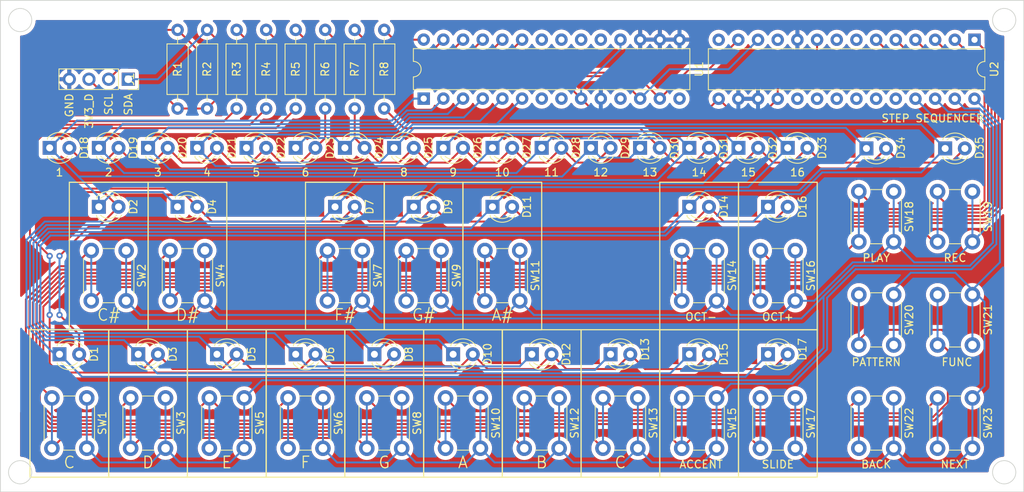
<source format=kicad_pcb>
(kicad_pcb (version 20211014) (generator pcbnew)
  (title_block (title "Daisy Seed Development Kit Step Sequencer") (date "2024-01-22") (rev "2.0"))
  (layers (0 "F.Cu" signal) (31 "B.Cu" signal) (34 "B.Paste" user) (35 "F.Paste" user) (36 "B.SilkS" user "B.Silkscreen") (37 "F.SilkS" user "F.Silkscreen") (38 "B.Mask" user) (39 "F.Mask" user) (44 "Edge.Cuts" user))
  (net 0 "")
  (net 1 "GPA5")
  (net 2 "3V3_D")
  (net 3 "GND")
  (net 4 "Net-(D1-Pad2)")
  (net 5 "GPA4")
  (net 6 "GPA2")
  (net 11 "GPA1")
  (net 12 "GPA0")
  (net 13 "GPA3")
  (net 14 "SDA")
  (net 15 "SCL")
  (net 16 "GPB7")
  (net 17 "GPB5")
  (net 18 "GPB3")
  (net 19 "GPB1")
  (net 20 "GPB6")
  (net 21 "GPB4")
  (net 22 "GPB2")
  (net 23 "GPB0")
  (net 24 "GPA6")
  (net 25 "GPA7")
  (net 26 "Net-(D11-Pad2)")
  (net 27 "Net-(D30-Pad2)")
  (net 28 "Net-(D18-Pad2)")
  (net 29 "Net-(D10-Pad2)")
  (net 30 "GPD0")
  (net 31 "GPD1")
  (net 32 "GPD2")
  (net 33 "GPD3")
  (net 34 "GPD4")
  (net 35 "GPD5")
  (net 36 "GPD6")
  (net 37 "GPD7")
  (net 42 "GPC0")
  (net 43 "GPC1")
  (net 44 "GPC2")
  (net 45 "GPC3")
  (net 46 "GPC4")
  (net 47 "GPC5")
  (net 48 "GPC6")
  (net 49 "GPC7")
  (net 50 "Net-(D24-Pad2)")
  (footprint "Button_Switch_THT:SW_PUSH_6mm" (layer "F.Cu") (at 93.69 108.55 -90)
    (fp_text reference "SW8")
    (fp_text value "SW_DIP_x01")
  )
  (footprint "Resistor_THT:R_Axial_DIN0207_L6.3mm_D2.5mm_P10.16mm_Horizontal" (layer "F.Cu") (at 83.82 61 -90)
    (fp_text reference "R6")
    (fp_text value "200Ω")
  )
  (footprint "Package_DIP:DIP-28_W7.62mm" (layer "F.Cu") (at 96.53 69.88 90)
    (fp_text reference "U1")
    (fp_text value "MCP23017_SP")
  )
  (footprint "Button_Switch_THT:SW_PUSH_6mm" (layer "F.Cu") (at 58.13 89.5 -90)
    (fp_text reference "SW2")
    (fp_text value "SW_DIP_x01")
  )
  (footprint "LED_THT:LED_D3.0mm" (layer "F.Cu") (at 59.69 102.91)
    (fp_text reference "D3")
    (fp_text value "LED")
  )
  (footprint "LED_THT:LED_D3.0mm" (layer "F.Cu") (at 143.51 76.24)
    (fp_text reference "D33")
    (fp_text value "LED")
  )
  (footprint "LED_THT:LED_D3.0mm" (layer "F.Cu") (at 105.41 76.24)
    (fp_text reference "D27")
    (fp_text value "LED")
  )
  (footprint "LED_THT:LED_D3.0mm" (layer "F.Cu") (at 60.96 76.24)
    (fp_text reference "D20")
    (fp_text value "LED")
  )
  (footprint "LED_THT:LED_D3.0mm" (layer "F.Cu") (at 137.16 76.24)
    (fp_text reference "D32")
    (fp_text value "LED")
  )
  (footprint "LED_THT:LED_D3.0mm" (layer "F.Cu") (at 105.405 83.86)
    (fp_text reference "D11")
    (fp_text value "LED")
  )
  (footprint "Button_Switch_THT:SW_PUSH_6mm" (layer "F.Cu") (at 83.53 108.55 -90)
    (fp_text reference "SW6")
    (fp_text value "SW_DIP_x01")
  )
  (footprint "Button_Switch_THT:SW_PUSH_6mm" (layer "F.Cu") (at 53.05 108.55 -90)
    (fp_text reference "SW1")
    (fp_text value "SW_DIP_x01")
  )
  (footprint "LED_THT:LED_D3.0mm" (layer "F.Cu") (at 48.26 76.24)
    (fp_text reference "D18")
    (fp_text value "LED")
  )
  (footprint "Resistor_THT:R_Axial_DIN0207_L6.3mm_D2.5mm_P10.16mm_Horizontal" (layer "F.Cu") (at 64.77 61 -90)
    (fp_text reference "R1")
    (fp_text value "10KΩ")
  )
  (footprint "Button_Switch_THT:SW_PUSH_6mm" (layer "F.Cu") (at 108.93 89.5 -90)
    (fp_text reference "SW11")
    (fp_text value "SW_DIP_x01")
  )
  (footprint "LED_THT:LED_D3.0mm" (layer "F.Cu") (at 92.71 76.24)
    (fp_text reference "D25")
    (fp_text value "LED")
  )
  (footprint "Button_Switch_THT:SW_PUSH_6mm" (layer "F.Cu") (at 68.29 89.5 -90)
    (fp_text reference "SW4")
    (fp_text value "SW_DIP_x01")
  )
  (footprint "LED_THT:LED_D3.0mm" (layer "F.Cu") (at 85.09 83.86)
    (fp_text reference "D7")
    (fp_text value "LED")
  )
  (footprint "Button_Switch_THT:SW_PUSH_6mm" (layer "F.Cu") (at 157.19 95.215 -90)
    (fp_text reference "SW20")
    (fp_text value "SW_DIP_x01")
  )
  (footprint "Button_Switch_THT:SW_PUSH_6mm" (layer "F.Cu") (at 73.37 108.55 -90)
    (fp_text reference "SW5")
    (fp_text value "SW_DIP_x01")
  )
  (footprint "LED_THT:LED_D3.0mm" (layer "F.Cu") (at 130.81 102.91)
    (fp_text reference "D15")
    (fp_text value "LED")
  )
  (footprint "Resistor_THT:R_Axial_DIN0207_L6.3mm_D2.5mm_P10.16mm_Horizontal" (layer "F.Cu") (at 87.63 61 -90)
    (fp_text reference "R7")
    (fp_text value "200Ω")
  )
  (footprint "LED_THT:LED_D3.0mm" (layer "F.Cu") (at 67.31 76.24)
    (fp_text reference "D21")
    (fp_text value "LED")
  )
  (footprint "LED_THT:LED_D3.0mm" (layer "F.Cu") (at 100.33 102.91)
    (fp_text reference "D10")
    (fp_text value "LED")
  )
  (footprint "LED_THT:LED_D3.0mm" (layer "F.Cu") (at 54.61 76.24)
    (fp_text reference "D19")
    (fp_text value "LED")
  )
  (footprint "LED_THT:LED_D3.0mm" (layer "F.Cu") (at 124.46 76.24)
    (fp_text reference "D30")
    (fp_text value "LED")
  )
  (footprint "LED_THT:LED_D3.0mm" (layer "F.Cu") (at 80.01 102.91)
    (fp_text reference "D6")
    (fp_text value "LED")
  )
  (footprint "Resistor_THT:R_Axial_DIN0207_L6.3mm_D2.5mm_P10.16mm_Horizontal" (layer "F.Cu") (at 91.44 61 -90)
    (fp_text reference "R8")
    (fp_text value "200Ω")
  )
  (footprint "Resistor_THT:R_Axial_DIN0207_L6.3mm_D2.5mm_P10.16mm_Horizontal" (layer "F.Cu") (at 80.01 61 -90)
    (fp_text reference "R5")
    (fp_text value "200Ω")
  )
  (footprint "Button_Switch_THT:SW_PUSH_6mm" (layer "F.Cu") (at 103.85 108.55 -90)
    (fp_text reference "SW10")
    (fp_text value "SW_DIP_x01")
  )
  (footprint "LED_THT:LED_D3.0mm" (layer "F.Cu") (at 64.765 83.86)
    (fp_text reference "D4")
    (fp_text value "LED")
  )
  (footprint "Resistor_THT:R_Axial_DIN0207_L6.3mm_D2.5mm_P10.16mm_Horizontal" (layer "F.Cu") (at 76.2 61 -90)
    (fp_text reference "R4")
    (fp_text value "200Ω")
  )
  (footprint "LED_THT:LED_D3.0mm" (layer "F.Cu") (at 90.17 102.91)
    (fp_text reference "D8")
    (fp_text value "LED")
  )
  (footprint "LED_THT:LED_D3.0mm" (layer "F.Cu") (at 140.97 102.91)
    (fp_text reference "D17")
    (fp_text value "LED")
  )
  (footprint "Button_Switch_THT:SW_PUSH_6mm" (layer "F.Cu") (at 63.21 108.55 -90)
    (fp_text reference "SW3")
    (fp_text value "SW_DIP_x01")
  )
  (footprint "Button_Switch_THT:SW_PUSH_6mm" (layer "F.Cu") (at 157.19 81.88 -90)
    (fp_text reference "SW18")
    (fp_text value "SW_DIP_x01")
  )
  (footprint "LED_THT:LED_D3.0mm" (layer "F.Cu") (at 120.65 102.91)
    (fp_text reference "D13")
    (fp_text value "LED")
  )
  (footprint "LED_THT:LED_D3.0mm" (layer "F.Cu") (at 111.76 76.24)
    (fp_text reference "D28")
    (fp_text value "LED")
  )
  (footprint "LED_THT:LED_D3.0mm" (layer "F.Cu") (at 140.97 83.86)
    (fp_text reference "D16")
    (fp_text value "LED")
  )
  (footprint "Package_DIP:DIP-28_W7.62mm" (layer "F.Cu") (at 167.62 62.28 -90)
    (fp_text reference "U2")
    (fp_text value "MCP23017_SP")
  )
  (footprint "Button_Switch_THT:SW_PUSH_6mm" (layer "F.Cu") (at 144.49 108.55 -90)
    (fp_text reference "SW17")
    (fp_text value "SW_DIP_x01")
  )
  (footprint "Button_Switch_THT:SW_PUSH_6mm" (layer "F.Cu") (at 134.33 108.55 -90)
    (fp_text reference "SW15")
    (fp_text value "SW_DIP_x01")
  )
  (footprint "LED_THT:LED_D3.0mm" (layer "F.Cu") (at 130.81 83.86)
    (fp_text reference "D14")
    (fp_text value "LED")
  )
  (footprint "Button_Switch_THT:SW_PUSH_6mm" (layer "F.Cu") (at 167.35 81.88 -90)
    (fp_text reference "SW19")
    (fp_text value "SW_DIP_x01")
  )
  (footprint "LED_THT:LED_D3.0mm" (layer "F.Cu") (at 69.85 102.91)
    (fp_text reference "D5")
    (fp_text value "LED")
  )
  (footprint "LED_THT:LED_D3.0mm" (layer "F.Cu") (at 118.11 76.24)
    (fp_text reference "D29")
    (fp_text value "LED")
  )
  (footprint "Button_Switch_THT:SW_PUSH_6mm" (layer "F.Cu") (at 88.61 89.5 -90)
    (fp_text reference "SW7")
    (fp_text value "SW_DIP_x01")
  )
  (footprint "Button_Switch_THT:SW_PUSH_6mm" (layer "F.Cu") (at 134.33 89.5 -90)
    (fp_text reference "SW14")
    (fp_text value "SW_DIP_x01")
  )
  (footprint "LED_THT:LED_D3.0mm" (layer "F.Cu") (at 49.53 102.91)
    (fp_text reference "D1")
    (fp_text value "LED")
  )
  (footprint "Button_Switch_THT:SW_PUSH_6mm" (layer "F.Cu") (at 167.35 108.55 -90)
    (fp_text reference "SW23")
    (fp_text value "SW_DIP_x01")
  )
  (footprint "LED_THT:LED_D3.0mm" (layer "F.Cu") (at 54.605 83.86)
    (fp_text reference "D2")
    (fp_text value "LED")
  )
  (footprint "Button_Switch_THT:SW_PUSH_6mm" (layer "F.Cu") (at 124.17 108.55 -90)
    (fp_text reference "SW13")
    (fp_text value "SW_DIP_x01")
  )
  (footprint "Connector_PinSocket_2.54mm:PinSocket_1x04_P2.54mm_Vertical" (layer "F.Cu") (at 58.41 67.375 -90)
    (fp_text reference "J1")
    (fp_text value "Conn_01x04_Male")
  )
  (footprint "Button_Switch_THT:SW_PUSH_6mm" (layer "F.Cu") (at 167.35 95.215 -90)
    (fp_text reference "SW21")
    (fp_text value "SW_DIP_x01")
  )
  (footprint "Button_Switch_THT:SW_PUSH_6mm" (layer "F.Cu") (at 114.01 108.55 -90)
    (fp_text reference "SW12")
    (fp_text value "SW_DIP_x01")
  )
  (footprint "LED_THT:LED_D3.0mm" (layer "F.Cu") (at 95.245 83.86)
    (fp_text reference "D9")
    (fp_text value "LED")
  )
  (footprint "LED_THT:LED_D3.0mm" (layer "F.Cu") (at 153.67 76.315)
    (fp_text reference "D34")
    (fp_text value "LED")
  )
  (footprint "Resistor_THT:R_Axial_DIN0207_L6.3mm_D2.5mm_P10.16mm_Horizontal" (layer "F.Cu") (at 68.58 61 -90)
    (fp_text reference "R2")
    (fp_text value "10KΩ")
  )
  (footprint "LED_THT:LED_D3.0mm" (layer "F.Cu") (at 86.36 76.24)
    (fp_text reference "D24")
    (fp_text value "LED")
  )
  (footprint "Button_Switch_THT:SW_PUSH_6mm" (layer "F.Cu") (at 144.49 89.5 -90)
    (fp_text reference "SW16")
    (fp_text value "SW_DIP_x01")
  )
  (footprint "Resistor_THT:R_Axial_DIN0207_L6.3mm_D2.5mm_P10.16mm_Horizontal" (layer "F.Cu") (at 72.39 61 -90)
    (fp_text reference "R3")
    (fp_text value "200Ω")
  )
  (footprint "Button_Switch_THT:SW_PUSH_6mm" (layer "F.Cu") (at 98.77 89.5 -90)
    (fp_text reference "SW9")
    (fp_text value "SW_DIP_x01")
  )
  (footprint "LED_THT:LED_D3.0mm" (layer "F.Cu") (at 73.66 76.24)
    (fp_text reference "D22")
    (fp_text value "LED")
  )
  (footprint "LED_THT:LED_D3.0mm" (layer "F.Cu") (at 163.83 76.315)
    (fp_text reference "D35")
    (fp_text value "LED")
  )
  (footprint "LED_THT:LED_D3.0mm" (layer "F.Cu") (at 110.49 102.91)
    (fp_text reference "D12")
    (fp_text value "LED")
  )
  (footprint "LED_THT:LED_D3.0mm" (layer "F.Cu") (at 80.01 76.24)
    (fp_text reference "D23")
    (fp_text value "LED")
  )
  (footprint "LED_THT:LED_D3.0mm" (layer "F.Cu") (at 130.81 76.24)
    (fp_text reference "D31")
    (fp_text value "LED")
  )
  (footprint "Button_Switch_THT:SW_PUSH_6mm" (layer "F.Cu") (at 157.19 108.55 -90)
    (fp_text reference "SW22")
    (fp_text value "SW_DIP_x01")
  )
  (footprint "LED_THT:LED_D3.0mm" (layer "F.Cu") (at 99.06 76.24)
    (fp_text reference "D26")
    (fp_text value "LED")
  )
  (gr_rect (start 76.2 118.785) (end 66.04 99.735) (layer "F.SilkS") (width 0.15) (fill none))
  (gr_rect (start 127 118.785) (end 116.84 99.735) (layer "F.SilkS") (width 0.15) (fill none))
  (gr_rect (start 106.68 118.785) (end 96.52 99.735) (layer "F.SilkS") (width 0.15) (fill none))
  (gr_rect (start 91.44 99.735) (end 81.28 80.685) (layer "F.SilkS") (width 0.15) (fill none))
  (gr_rect (start 101.6 99.735) (end 91.44 80.685) (layer "F.SilkS") (width 0.15) (fill none))
  (gr_rect (start 86.36 118.785) (end 76.2 99.735) (layer "F.SilkS") (width 0.15) (fill none))
  (gr_rect (start 55.88 118.785) (end 45.72 99.735) (layer "F.SilkS") (width 0.15) (fill none))
  (gr_rect (start 71.12 99.735) (end 60.96 80.685) (layer "F.SilkS") (width 0.15) (fill none))
  (gr_rect (start 116.84 118.785) (end 106.68 99.735) (layer "F.SilkS") (width 0.15) (fill none))
  (gr_rect (start 137.16 99.735) (end 127 80.685) (layer "F.SilkS") (width 0.15) (fill none))
  (gr_rect (start 60.96 99.735) (end 50.8 80.685) (layer "F.SilkS") (width 0.15) (fill none))
  (gr_rect (start 66.04 118.785) (end 55.88 99.735) (layer "F.SilkS") (width 0.15) (fill none))
  (gr_rect (start 147.32 118.785) (end 137.16 99.735) (layer "F.SilkS") (width 0.15) (fill none))
  (gr_rect (start 111.76 99.735) (end 101.6 80.685) (layer "F.SilkS") (width 0.15) (fill none))
  (gr_rect (start 147.32 99.735) (end 137.16 80.685) (layer "F.SilkS") (width 0.15) (fill none))
  (gr_rect (start 137.16 118.785) (end 127 99.735) (layer "F.SilkS") (width 0.15) (fill none))
  (gr_rect (start 96.52 118.785) (end 86.36 99.735) (layer "F.SilkS") (width 0.15) (fill none))
  (gr_circle (center 171.45 118.15) (end 172.95 118.15) (layer "Edge.Cuts") (width 0.1) (fill none))
  (gr_circle (center 171.45 59.73) (end 172.95 59.73) (layer "Edge.Cuts") (width 0.1) (fill none))
  (gr_circle (center 44.45 59.73) (end 45.95 59.73) (layer "Edge.Cuts") (width 0.1) (fill none))
  (gr_circle (center 44.45 118.15) (end 45.95 118.15) (layer "Edge.Cuts") (width 0.1) (fill none))
  (gr_rect (start 41.9 57.19) (end 173.98 120.69) (layer "Edge.Cuts") (width 0.1) (fill none))
  (gr_text "E" (at 71.12 116.88) (layer "F.SilkS") (effects (font (size 1.5 1.5))))
  (gr_text "FUNC" (at 165.354 103.926) (layer "F.SilkS") (effects (font (size 1 1))))
  (gr_text "4" (at 68.58 79.415) (layer "F.SilkS") (effects (font (size 1 1))))
  (gr_text "11" (at 113.03 79.415) (layer "F.SilkS") (effects (font (size 1 1))))
  (gr_text "1" (at 49.53 79.415) (layer "F.SilkS") (effects (font (size 1 1))))
  (gr_text "16" (at 144.78 79.415) (layer "F.SilkS") (effects (font (size 1 1))))
  (gr_text "NEXT" (at 165.1 117.134) (layer "F.SilkS") (effects (font (size 1 1))))
  (gr_text "7" (at 87.63 79.415) (layer "F.SilkS") (effects (font (size 1 1))))
  (gr_text "10" (at 106.68 79.415) (layer "F.SilkS") (effects (font (size 1 1))))
  (gr_text "SCL" (at 55.88 69.128 90) (layer "F.SilkS") (effects (font (size 1 1)) (justify right)))
  (gr_text "3V3_D" (at 53.34 69.128 90) (layer "F.SilkS") (effects (font (size 1 1)) (justify right)))
  (gr_text "A#" (at 106.68 97.83) (layer "F.SilkS") (effects (font (size 1.5 1.5))))
  (gr_text "13" (at 125.73 79.415) (layer "F.SilkS") (effects (font (size 1 1))))
  (gr_text "8" (at 93.98 79.415) (layer "F.SilkS") (effects (font (size 1 1))))
  (gr_text "G" (at 91.44 116.88) (layer "F.SilkS") (effects (font (size 1.5 1.5))))
  (gr_text "SLIDE" (at 142.24 117.134) (layer "F.SilkS") (effects (font (size 1 1))))
  (gr_text "15" (at 138.43 79.415) (layer "F.SilkS") (effects (font (size 1 1))))
  (gr_text "G#" (at 96.52 97.83) (layer "F.SilkS") (effects (font (size 1.5 1.5))))
  (gr_text "C" (at 121.92 116.88) (layer "F.SilkS") (effects (font (size 1.5 1.5))))
  (gr_text "OCT-" (at 132.334 98.084) (layer "F.SilkS") (effects (font (size 1 1))))
  (gr_text "6" (at 81.28 79.415) (layer "F.SilkS") (effects (font (size 1 1))))
  (gr_text "C" (at 50.8 116.88) (layer "F.SilkS") (effects (font (size 1.5 1.5))))
  (gr_text "REC" (at 165.1 90.464) (layer "F.SilkS") (effects (font (size 1 1))))
  (gr_text "B" (at 111.76 116.88) (layer "F.SilkS") (effects (font (size 1.5 1.5))))
  (gr_text "GND" (at 50.8 69.128 90) (layer "F.SilkS") (effects (font (size 1 1)) (justify right)))
  (gr_text "3" (at 62.23 79.415) (layer "F.SilkS") (effects (font (size 1 1))))
  (gr_text "SDA" (at 58.42 69.128 90) (layer "F.SilkS") (effects (font (size 1 1)) (justify right)))
  (gr_text "PATTERN" (at 154.94 103.926) (layer "F.SilkS") (effects (font (size 1 1))))
  (gr_text "A" (at 101.6 116.88) (layer "F.SilkS") (effects (font (size 1.5 1.5))))
  (gr_text "9" (at 100.33 79.415) (layer "F.SilkS") (effects (font (size 1 1))))
  (gr_text "PLAY" (at 154.94 90.464) (layer "F.SilkS") (effects (font (size 1 1))))
  (gr_text "F#" (at 86.36 97.83) (layer "F.SilkS") (effects (font (size 1.5 1.5))))
  (gr_text "14" (at 132.08 79.415) (layer "F.SilkS") (effects (font (size 1 1))))
  (gr_text "D" (at 60.96 116.88) (layer "F.SilkS") (effects (font (size 1.5 1.5))))
  (gr_text "OCT+" (at 142.24 98.084) (layer "F.SilkS") (effects (font (size 1 1))))
  (gr_text "STEP SEQUENCER" (at 168.91 72.43) (layer "F.SilkS") (effects (font (size 1 1)) (justify right)))
  (gr_text "BACK" (at 154.94 117.134) (layer "F.SilkS") (effects (font (size 1 1))))
  (gr_text "2" (at 55.88 79.415) (layer "F.SilkS") (effects (font (size 1 1))))
  (gr_text "F" (at 81.28 116.88) (layer "F.SilkS") (effects (font (size 1.5 1.5))))
  (gr_text "12" (at 119.38 79.415) (layer "F.SilkS") (effects (font (size 1 1))))
  (gr_text "D#" (at 66.04 97.83) (layer "F.SilkS") (effects (font (size 1.5 1.5))))
  (gr_text "ACCENT" (at 132.334 117.134) (layer "F.SilkS") (effects (font (size 1 1))))
  (gr_text "5" (at 74.93 79.415) (layer "F.SilkS") (effects (font (size 1 1))))
  (gr_text "C#" (at 55.88 97.83) (layer "F.SilkS") (effects (font (size 1.5 1.5))))
  (segment (start 83.82 61) (end 87.55144 64.73144) (width 0.25) (layer "F.Cu") (net 1))
  (segment (start 99.13856 64.73144) (end 101.61 62.26) (width 0.25) (layer "F.Cu") (net 1))
  (segment (start 87.55144 64.73144) (end 99.13856 64.73144) (width 0.25) (layer "F.Cu") (net 1))
  (segment (start 68.58 71.16) (end 72.31144 67.42856) (width 0.25) (layer "F.Cu") (net 2))
  (segment (start 55.845 69.89) (end 63.5 69.89) (width 0.25) (layer "F.Cu") (net 2))
  (segment (start 147.3 63.56) (end 147.3 62.28) (width 0.25) (layer "F.Cu") (net 2))
  (segment (start 118.765 71.795) (end 132.705 71.795) (width 0.25) (layer "F.Cu") (net 2))
  (segment (start 63.5 69.89) (end 64.77 71.16) (width 0.25) (layer "F.Cu") (net 2))
  (segment (start 72.31144 67.42856) (end 114.39856 67.42856) (width 0.25) (layer "F.Cu") (net 2))
  (segment (start 142.22 68.64) (end 147.3 63.56) (width 0.25) (layer "F.Cu") (net 2))
  (segment (start 140.325 71.795) (end 142.22 69.9) (width 0.25) (layer "F.Cu") (net 2))
  (segment (start 142.22 69.9) (end 142.22 68.64) (width 0.25) (layer "F.Cu") (net 2))
  (segment (start 116.85 69.88) (end 118.765 71.795) (width 0.25) (layer "F.Cu") (net 2))
  (segment (start 134.6 69.9) (end 136.495 71.795) (width 0.25) (layer "F.Cu") (net 2))
  (segment (start 114.39856 67.42856) (end 116.85 69.88) (width 0.25) (layer "F.Cu") (net 2))
  (segment (start 53.33 67.375) (end 55.845 69.89) (width 0.25) (layer "F.Cu") (net 2))
  (segment (start 64.77 71.16) (end 68.58 71.16) (width 0.25) (layer "F.Cu") (net 2))
  (segment (start 132.705 71.795) (end 134.6 69.9) (width 0.25) (layer "F.Cu") (net 2))
  (segment (start 136.495 71.795) (end 140.325 71.795) (width 0.25) (layer "F.Cu") (net 2))
  (segment (start 116.85 69.88) (end 116.85 68.61) (width 0.25) (layer "B.Cu") (net 2))
  (segment (start 121.93 63.53) (end 121.93 62.26) (width 0.25) (layer "B.Cu") (net 2))
  (segment (start 116.85 68.61) (end 121.93 63.53) (width 0.25) (layer "B.Cu") (net 2))
  (segment (start 92.71 102.91) (end 90.805 104.815) (width 0.25) (layer "F.Cu") (net 4))
  (segment (start 49.53 90.21) (end 49.53 90.2075) (width 0.25) (layer "F.Cu") (net 4))
  (segment (start 55.24 81.955) (end 48.259283 81.955) (width 0.25) (layer "F.Cu") (net 4))
  (segment (start 49.53 90.2075) (end 53.3375 86.4) (width 0.25) (layer "F.Cu") (net 4))
  (segment (start 64.135 104.815) (end 62.23 102.91) (width 0.25) (layer "F.Cu") (net 4))
  (segment (start 57.145 83.86) (end 55.24 81.955) (width 0.25) (layer "F.Cu") (net 4))
  (segment (start 74.10952 73.25048) (end 76.2 71.16) (width 0.25) (layer "F.Cu") (net 4))
  (segment (start 90.805 104.815) (end 84.455 104.815) (width 0.25) (layer "F.Cu") (net 4))
  (segment (start 60.325 104.815) (end 53.975 104.815) (width 0.25) (layer "F.Cu") (net 4))
  (segment (start 62.23 102.91) (end 60.325 104.815) (width 0.25) (layer "F.Cu") (net 4))
  (segment (start 53.3375 86.4) (end 54.605 86.4) (width 0.25) (layer "F.Cu") (net 4))
  (segment (start 84.455 104.815) (end 82.55 102.91) (width 0.25) (layer "F.Cu") (net 4))
  (segment (start 53.975 104.815) (end 52.07 102.91) (width 0.25) (layer "F.Cu") (net 4))
  (segment (start 72.39 102.91) (end 70.485 104.815) (width 0.25) (layer "F.Cu") (net 4))
  (segment (start 82.55 102.91) (end 80.645 104.815) (width 0.25) (layer "F.Cu") (net 4))
  (segment (start 70.485 104.815) (end 64.135 104.815) (width 0.25) (layer "F.Cu") (net 4))
  (segment (start 80.645 104.815) (end 74.295 104.815) (width 0.25) (layer "F.Cu") (net 4))
  (segment (start 52.07 100.37) (end 49.53 97.83) (width 0.25) (layer "F.Cu") (net 4))
  (segment (start 46.16952 79.865237) (end 46.16952 75.144762) (width 0.25) (layer "F.Cu") (net 4))
  (segment (start 54.605 86.4) (end 57.145 83.86) (width 0.25) (layer "F.Cu") (net 4))
  (segment (start 48.063803 73.25048) (end 74.10952 73.25048) (width 0.25) (layer "F.Cu") (net 4))
  (segment (start 46.16952 75.144762) (end 48.063803 73.25048) (width 0.25) (layer "F.Cu") (net 4))
  (segment (start 48.259283 81.955) (end 46.16952 79.865237) (width 0.25) (layer "F.Cu") (net 4))
  (segment (start 52.07 102.91) (end 52.07 100.37) (width 0.25) (layer "F.Cu") (net 4))
  (segment (start 74.295 104.815) (end 72.39 102.91) (width 0.25) (layer "F.Cu") (net 4))
  (via (at 49.53 90.21) (size 0.8) (drill 0.4) (layers "F.Cu" "B.Cu") (net 4))
  (via (at 49.53 97.83) (size 0.8) (drill 0.4) (layers "F.Cu" "B.Cu") (net 4))
  (segment (start 49.53 97.83) (end 49.53 90.21) (width 0.25) (layer "B.Cu") (net 4))
  (segment (start 84.19096 65.18096) (end 101.22904 65.18096) (width 0.25) (layer "F.Cu") (net 5))
  (segment (start 80.01 61) (end 84.19096 65.18096) (width 0.25) (layer "F.Cu") (net 5))
  (segment (start 101.22904 65.18096) (end 104.15 62.26) (width 0.25) (layer "F.Cu") (net 5))
  (segment (start 72.39 61) (end 77.47 66.08) (width 0.25) (layer "F.Cu") (net 6))
  (segment (start 77.47 66.08) (end 105.41 66.08) (width 0.25) (layer "F.Cu") (net 6))
  (segment (start 105.41 66.08) (end 109.23 62.26) (width 0.25) (layer "F.Cu") (net 6))
  (segment (start 103.31952 65.63048) (end 106.69 62.26) (width 0.25) (layer "F.Cu") (net 13))
  (segment (start 76.2 61) (end 80.83048 65.63048) (width 0.25) (layer "F.Cu") (net 13))
  (segment (start 80.83048 65.63048) (end 103.31952 65.63048) (width 0.25) (layer "F.Cu") (net 13))
  (segment (start 123.65952 66.52952) (end 127.01 69.88) (width 0.25) (layer "F.Cu") (net 14))
  (segment (start 74.10952 66.52952) (end 123.65952 66.52952) (width 0.25) (layer "F.Cu") (net 14))
  (segment (start 68.58 61) (end 74.10952 66.52952) (width 0.25) (layer "F.Cu") (net 14))
  (segment (start 130.81 66.08) (end 133.34 66.08) (width 0.25) (layer "F.Cu") (net 14))
  (segment (start 133.34 66.08) (end 137.14 62.28) (width 0.25) (layer "F.Cu") (net 14))
  (segment (start 127.01 69.88) (end 130.81 66.08) (width 0.25) (layer "F.Cu") (net 14))
  (segment (start 58.41 67.375) (end 62.205 67.375) (width 0.25) (layer "B.Cu") (net 14))
  (segment (start 62.205 67.375) (end 68.58 61) (width 0.25) (layer "B.Cu") (net 14))
  (segment (start 64.77 61) (end 70.74904 66.97904) (width 0.25) (layer "F.Cu") (net 15))
  (segment (start 64.77 61) (end 62.245 61) (width 0.25) (layer "F.Cu") (net 15))
  (segment (start 121.56904 66.97904) (end 124.47 69.88) (width 0.25) (layer "F.Cu") (net 15))
  (segment (start 62.245 61) (end 55.87 67.375) (width 0.25) (layer "F.Cu") (net 15))
  (segment (start 70.74904 66.97904) (end 121.56904 66.97904) (width 0.25) (layer "F.Cu") (net 15))
  (segment (start 124.47 69.88) (end 128.27 66.08) (width 0.25) (layer "B.Cu") (net 15))
  (segment (start 135.88 66.08) (end 139.68 62.28) (width 0.25) (layer "B.Cu") (net 15))
  (segment (start 128.27 66.08) (end 135.88 66.08) (width 0.25) (layer "B.Cu") (net 15))
  (segment (start 98.425 101.005) (end 92.075 101.005) (width 0.25) (layer "B.Cu") (net 17))
  (segment (start 104.927409 73.217409) (end 160.732409 73.217409) (width 0.25) (layer "B.Cu") (net 17))
  (segment (start 142.61096 82.21904) (end 140.97 83.86) (width 0.25) (layer "B.Cu") (net 17))
  (segment (start 95.096874 73.217409) (end 104.927409 73.217409) (width 0.25) (layer "B.Cu") (net 17))
  (segment (start 48.369792 87.56308) (end 47.06856 88.864312) (width 0.25) (layer "B.Cu") (net 17))
  (segment (start 100.33 102.91) (end 98.425 101.005) (width 0.25) (layer "B.Cu") (net 17))
  (segment (start 160.73 79.415) (end 147.954999 79.415) (width 0.25) (layer "B.Cu") (net 17))
  (segment (start 147.954999 79.415) (end 145.150959 82.21904) (width 0.25) (layer "B.Cu") (net 17))
  (segment (start 85.09 74.97) (end 86.36 76.24) (width 0.25) (layer "B.Cu") (net 17))
  (segment (start 139.065 85.765) (end 129.540717 85.765) (width 0.25) (layer "B.Cu") (net 17))
  (segment (start 129.540717 85.765) (end 127.742637 87.56308) (width 0.25) (layer "B.Cu") (net 17))
  (segment (start 105.892591 73.217409) (end 104.927409 73.217409) (width 0.25) (layer "B.Cu") (net 17))
  (segment (start 140.97 83.86) (end 139.065 85.765) (width 0.25) (layer "B.Cu") (net 17))
  (segment (start 109.23 69.88) (end 105.892591 73.217409) (width 0.25) (layer "B.Cu") (net 17))
  (segment (start 145.150959 82.21904) (end 142.61096 82.21904) (width 0.25) (layer "B.Cu") (net 17))
  (segment (start 127.742637 87.56308) (end 48.369792 87.56308) (width 0.25) (layer "B.Cu") (net 17))
  (segment (start 163.83 76.315) (end 160.73 79.415) (width 0.25) (layer "B.Cu") (net 17))
  (segment (start 86.36 76.24) (end 87.63 74.97) (width 0.25) (layer "B.Cu") (net 17))
  (segment (start 87.63 74.97) (end 93.344282 74.97) (width 0.25) (layer "B.Cu") (net 17))
  (segment (start 92.075 101.005) (end 90.17 102.91) (width 0.25) (layer "B.Cu") (net 17))
  (segment (start 80.01 76.24) (end 81.28 74.97) (width 0.25) (layer "B.Cu") (net 17))
  (segment (start 160.732409 73.217409) (end 163.83 76.315) (width 0.25) (layer "B.Cu") (net 17))
  (segment (start 48.26 99.735) (end 86.995 99.735) (width 0.25) (layer "B.Cu") (net 17))
  (segment (start 81.28 74.97) (end 85.09 74.97) (width 0.25) (layer "B.Cu") (net 17))
  (segment (start 86.995 99.735) (end 90.17 102.91) (width 0.25) (layer "B.Cu") (net 17))
  (segment (start 93.344282 74.97) (end 95.096874 73.217409) (width 0.25) (layer "B.Cu") (net 17))
  (segment (start 47.06856 98.54356) (end 48.26 99.735) (width 0.25) (layer "B.Cu") (net 17))
  (segment (start 47.06856 88.864312) (end 47.06856 98.54356) (width 0.25) (layer "B.Cu") (net 17))
  (segment (start 101.711631 72.318369) (end 104.15 69.88) (width 0.25) (layer "B.Cu") (net 18))
  (segment (start 47.997396 86.66404) (end 102.60096 86.66404) (width 0.25) (layer "B.Cu") (net 18))
  (segment (start 47.887604 100.63404) (end 46.16952 98.915955) (width 0.25) (layer "B.Cu") (net 18))
  (segment (start 101.183551 74.116449) (end 141.386449 74.116449) (width 0.25) (layer "B.Cu") (net 18))
  (segment (start 71.86192 104.92192) (end 118.63808 104.92192) (width 0.25) (layer "B.Cu") (net 18))
  (segment (start 107.945 81.32) (end 138.43 81.32) (width 0.25) (layer "B.Cu") (net 18))
  (segment (start 92.971888 74.07096) (end 94.72448 72.318369) (width 0.25) (layer "B.Cu") (net 18))
  (segment (start 67.57404 100.63404) (end 47.887604 100.63404) (width 0.25) (layer "B.Cu") (net 18))
  (segment (start 99.06 76.24) (end 101.183551 74.116449) (width 0.25) (layer "B.Cu") (net 18))
  (segment (start 46.16952 98.915955) (end 46.16952 88.491916) (width 0.25) (layer "B.Cu") (net 18))
  (segment (start 69.66452 78.59452) (end 96.70548 78.59452) (width 0.25) (layer "B.Cu") (net 18))
  (segment (start 141.386449 74.116449) (end 143.51 76.24) (width 0.25) (layer "B.Cu") (net 18))
  (segment (start 67.31 76.24) (end 69.66452 78.59452) (width 0.25) (layer "B.Cu") (net 18))
  (segment (start 105.405 83.86) (end 107.945 81.32) (width 0.25) (layer "B.Cu") (net 18))
  (segment (start 69.85 102.91) (end 67.57404 100.63404) (width 0.25) (layer "B.Cu") (net 18))
  (segment (start 46.16952 88.491916) (end 47.997396 86.66404) (width 0.25) (layer "B.Cu") (net 18))
  (segment (start 69.85 102.91) (end 71.86192 104.92192) (width 0.25) (layer "B.Cu") (net 18))
  (segment (start 138.43 81.32) (end 143.51 76.24) (width 0.25) (layer "B.Cu") (net 18))
  (segment (start 96.70548 78.59452) (end 99.06 76.24) (width 0.25) (layer "B.Cu") (net 18))
  (segment (start 69.47904 74.07096) (end 92.971888 74.07096) (width 0.25) (layer "B.Cu") (net 18))
  (segment (start 118.63808 104.92192) (end 120.65 102.91) (width 0.25) (layer "B.Cu") (net 18))
  (segment (start 94.72448 72.318369) (end 101.711631 72.318369) (width 0.25) (layer "B.Cu") (net 18))
  (segment (start 67.31 76.24) (end 69.47904 74.07096) (width 0.25) (layer "B.Cu") (net 18))
  (segment (start 102.60096 86.66404) (end 105.405 83.86) (width 0.25) (layer "B.Cu") (net 18))
  (segment (start 94.352086 71.419329) (end 97.530671 71.419329) (width 0.25) (layer "B.Cu") (net 19))
  (segment (start 130.81 76.24) (end 126.6574 80.3926) (width 0.25) (layer "B.Cu") (net 19))
  (segment (start 112.984511 75.015489) (end 129.585489 75.015489) (width 0.25) (layer "B.Cu") (net 19))
  (segment (start 52.44096 105.82096) (end 138.05904 105.82096) (width 0.25) (layer "B.Cu") (net 19))
  (segment (start 83.185 85.765) (end 47.625 85.765) (width 0.25) (layer "B.Cu") (net 19))
  (segment (start 108.50644 79.49356) (end 111.76 76.24) (width 0.25) (layer "B.Cu") (net 19))
  (segment (start 129.585489 75.015489) (end 130.81 76.24) (width 0.25) (layer "B.Cu") (net 19))
  (segment (start 138.05904 105.82096) (end 140.97 102.91) (width 0.25) (layer "B.Cu") (net 19))
  (segment (start 45.27048 99.288349) (end 47.515208 101.533079) (width 0.25) (layer "B.Cu") (net 19))
  (segment (start 45.27048 88.11952) (end 45.27048 99.288349) (width 0.25) (layer "B.Cu") (net 19))
  (segment (start 88.5574 80.3926) (end 85.09 83.86) (width 0.25) (layer "B.Cu") (net 19))
  (segment (start 57.86356 79.49356) (end 108.50644 79.49356) (width 0.25) (layer "B.Cu") (net 19))
  (segment (start 49.53 102.91) (end 52.44096 105.82096) (width 0.25) (layer "B.Cu") (net 19))
  (segment (start 54.61 76.24) (end 57.67808 73.17192) (width 0.25) (layer "B.Cu") (net 19))
  (segment (start 57.67808 73.17192) (end 92.599493 73.17192) (width 0.25) (layer "B.Cu") (net 19))
  (segment (start 47.515208 101.533079) (end 47.518079 101.533079) (width 0.25) (layer "B.Cu") (net 19))
  (segment (start 48.895 102.91) (end 49.53 102.91) (width 0.25) (layer "B.Cu") (net 19))
  (segment (start 111.76 76.24) (end 112.984511 75.015489) (width 0.25) (layer "B.Cu") (net 19))
  (segment (start 54.61 76.24) (end 57.86356 79.49356) (width 0.25) (layer "B.Cu") (net 19))
  (segment (start 97.530671 71.419329) (end 99.07 69.88) (width 0.25) (layer "B.Cu") (net 19))
  (segment (start 47.625 85.765) (end 45.27048 88.11952) (width 0.25) (layer "B.Cu") (net 19))
  (segment (start 47.518079 101.533079) (end 48.895 102.91) (width 0.25) (layer "B.Cu") (net 19))
  (segment (start 92.599493 73.17192) (end 94.352086 71.419329) (width 0.25) (layer "B.Cu") (net 19))
  (segment (start 126.6574 80.3926) (end 88.5574 80.3926) (width 0.25) (layer "B.Cu") (net 19))
  (segment (start 85.09 83.86) (end 83.185 85.765) (width 0.25) (layer "B.Cu") (net 19))
  (segment (start 80.01 102.91) (end 81.5724 104.4724) (width 0.25) (layer "B.Cu") (net 21))
  (segment (start 132.90048 81.76952) (end 130.81 83.86) (width 0.25) (layer "B.Cu") (net 21))
  (segment (start 95.283071 73.666929) (end 92.71 76.24) (width 0.25) (layer "B.Cu") (net 21))
  (segment (start 108.9276 104.4724) (end 110.49 102.91) (width 0.25) (layer "B.Cu") (net 21))
  (segment (start 46.61904 88.678114) (end 48.183594 87.11356) (width 0.25) (layer "B.Cu") (net 21))
  (segment (start 90.805 78.145) (end 92.71 76.24) (width 0.25) (layer "B.Cu") (net 21))
  (segment (start 153.67 76.315) (end 151.021929 73.666929) (width 0.25) (layer "B.Cu") (net 21))
  (segment (start 48.073802 100.18452) (end 46.61904 98.729758) (width 0.25) (layer "B.Cu") (net 21))
  (segment (start 151.021929 73.666929) (end 95.283071 73.666929) (width 0.25) (layer "B.Cu") (net 21))
  (segment (start 80.01 102.91) (end 77.28452 100.18452) (width 0.25) (layer "B.Cu") (net 21))
  (segment (start 144.964762 81.76952) (end 132.90048 81.76952) (width 0.25) (layer "B.Cu") (net 21))
  (segment (start 103.802111 72.767889) (end 106.69 69.88) (width 0.25) (layer "B.Cu") (net 21))
  (segment (start 127.55644 87.11356) (end 130.81 83.86) (width 0.25) (layer "B.Cu") (net 21))
  (segment (start 73.66 76.875) (end 74.93 78.145) (width 0.25) (layer "B.Cu") (net 21))
  (segment (start 151.01952 78.96548) (end 147.768802 78.96548) (width 0.25) (layer "B.Cu") (net 21))
  (segment (start 94.910677 72.767889) (end 103.802111 72.767889) (width 0.25) (layer "B.Cu") (net 21))
  (segment (start 74.93 78.145) (end 90.805 78.145) (width 0.25) (layer "B.Cu") (net 21))
  (segment (start 147.768802 78.96548) (end 144.964762 81.76952) (width 0.25) (layer "B.Cu") (net 21))
  (segment (start 48.183594 87.11356) (end 127.55644 87.11356) (width 0.25) (layer "B.Cu") (net 21))
  (segment (start 93.158084 74.52048) (end 94.910677 72.767889) (width 0.25) (layer "B.Cu") (net 21))
  (segment (start 73.66 76.24) (end 73.66 76.875) (width 0.25) (layer "B.Cu") (net 21))
  (segment (start 77.28452 100.18452) (end 48.073802 100.18452) (width 0.25) (layer "B.Cu") (net 21))
  (segment (start 46.61904 98.729758) (end 46.61904 88.678114) (width 0.25) (layer "B.Cu") (net 21))
  (segment (start 81.5724 104.4724) (end 108.9276 104.4724) (width 0.25) (layer "B.Cu") (net 21))
  (segment (start 73.66 76.24) (end 75.37952 74.52048) (width 0.25) (layer "B.Cu") (net 21))
  (segment (start 75.37952 74.52048) (end 93.158084 74.52048) (width 0.25) (layer "B.Cu") (net 21))
  (segment (start 153.67 76.315) (end 151.01952 78.96548) (width 0.25) (layer "B.Cu") (net 21))
  (segment (start 137.158565 76.24) (end 132.556445 80.84212) (width 0.25) (layer "B.Cu") (net 22))
  (segment (start 92.785691 73.62144) (end 94.538283 71.868849) (width 0.25) (layer "B.Cu") (net 22))
  (segment (start 62.15144 105.37144) (end 128.34856 105.37144) (width 0.25) (layer "B.Cu") (net 22))
  (segment (start 128.34856 105.37144) (end 130.81 102.91) (width 0.25) (layer "B.Cu") (net 22))
  (segment (start 92.89048 86.21452) (end 95.245 83.86) (width 0.25) (layer "B.Cu") (net 22))
  (segment (start 137.16 76.24) (end 137.158565 76.24) (width 0.25) (layer "B.Cu") (net 22))
  (segment (start 47.811198 86.21452) (end 92.89048 86.21452) (width 0.25) (layer "B.Cu") (net 22))
  (segment (start 102.60596 79.04404) (end 105.41 76.24) (width 0.25) (layer "B.Cu") (net 22))
  (segment (start 107.084031 74.565969) (end 135.485969 74.565969) (width 0.25) (layer "B.Cu") (net 22))
  (segment (start 57.86356 101.08356) (end 47.701406 101.08356) (width 0.25) (layer "B.Cu") (net 22))
  (segment (start 63.57856 73.62144) (end 92.785691 73.62144) (width 0.25) (layer "B.Cu") (net 22))
  (segment (start 45.72 99.102152) (end 45.72 88.305718) (width 0.25) (layer "B.Cu") (net 22))
  (segment (start 60.96 76.24) (end 63.57856 73.62144) (width 0.25) (layer "B.Cu") (net 22))
  (segment (start 59.69 102.91) (end 62.15144 105.37144) (width 0.25) (layer "B.Cu") (net 22))
  (segment (start 63.76404 79.04404) (end 102.60596 79.04404) (width 0.25) (layer "B.Cu") (net 22))
  (segment (start 99.621151 71.868849) (end 101.61 69.88) (width 0.25) (layer "B.Cu") (net 22))
  (segment (start 132.556445 80.84212) (end 98.26288 80.84212) (width 0.25) (layer "B.Cu") (net 22))
  (segment (start 94.538283 71.868849) (end 99.621151 71.868849) (width 0.25) (layer "B.Cu") (net 22))
  (segment (start 60.96 76.24) (end 63.76404 79.04404) (width 0.25) (layer "B.Cu") (net 22))
  (segment (start 98.26288 80.84212) (end 95.245 83.86) (width 0.25) (layer "B.Cu") (net 22))
  (segment (start 105.41 76.24) (end 107.084031 74.565969) (width 0.25) (layer "B.Cu") (net 22))
  (segment (start 135.485969 74.565969) (end 137.16 76.24) (width 0.25) (layer "B.Cu") (net 22))
  (segment (start 45.72 88.305718) (end 47.811198 86.21452) (width 0.25) (layer "B.Cu") (net 22))
  (segment (start 47.701406 101.08356) (end 45.72 99.102152) (width 0.25) (layer "B.Cu") (net 22))
  (segment (start 59.69 102.91) (end 57.86356 101.08356) (width 0.25) (layer "B.Cu") (net 22))
  (segment (start 92.413296 72.7224) (end 95.255696 69.88) (width 0.25) (layer "B.Cu") (net 23))
  (segment (start 123.19 77.51) (end 124.46 76.24) (width 0.25) (layer "B.Cu") (net 23))
  (segment (start 119.38 77.51) (end 123.19 77.51) (width 0.25) (layer "B.Cu") (net 23))
  (segment (start 51.7776 72.7224) (end 92.413296 72.7224) (width 0.25) (layer "B.Cu") (net 23))
  (segment (start 56.51 81.955) (end 54.605 83.86) (width 0.25) (layer "B.Cu") (net 23))
  (segment (start 118.11 76.24) (end 119.38 77.51) (width 0.25) (layer "B.Cu") (net 23))
  (segment (start 51.96308 79.94308) (end 54.605 82.585) (width 0.25) (layer "B.Cu") (net 23))
  (segment (start 48.26 76.24) (end 51.96308 79.94308) (width 0.25) (layer "B.Cu") (net 23))
  (segment (start 95.255696 69.88) (end 96.53 69.88) (width 0.25) (layer "B.Cu") (net 23))
  (segment (start 114.40692 79.94308) (end 118.11 76.24) (width 0.25) (layer "B.Cu") (net 23))
  (segment (start 51.96308 79.94308) (end 114.40692 79.94308) (width 0.25) (layer "B.Cu") (net 23))
  (segment (start 48.26 76.24) (end 51.7776 72.7224) (width 0.25) (layer "B.Cu") (net 23))
  (segment (start 54.605 82.585) (end 54.605 83.86) (width 0.25) (layer "B.Cu") (net 23))
  (segment (start 64.765 83.86) (end 62.86 81.955) (width 0.25) (layer "B.Cu") (net 23))
  (segment (start 62.86 81.955) (end 56.51 81.955) (width 0.25) (layer "B.Cu") (net 23))
  (segment (start 87.63 61) (end 90.91192 64.28192) (width 0.25) (layer "F.Cu") (net 24))
  (segment (start 97.04808 64.28192) (end 99.07 62.26) (width 0.25) (layer "F.Cu") (net 24))
  (segment (start 90.91192 64.28192) (end 97.04808 64.28192) (width 0.25) (layer "F.Cu") (net 24))
  (segment (start 96.52 62.27) (end 96.53 62.26) (width 0.25) (layer "F.Cu") (net 25))
  (segment (start 91.44 61) (end 92.71 62.27) (width 0.25) (layer "F.Cu") (net 25))
  (segment (start 92.71 62.27) (end 96.52 62.27) (width 0.25) (layer "F.Cu") (net 25))
  (segment (start 109.85 85.765) (end 131.445 85.765) (width 0.25) (layer "F.Cu") (net 26))
  (segment (start 99.69 85.765) (end 106.04 85.765) (width 0.25) (layer "F.Cu") (net 26))
  (segment (start 64.95048 81.50548) (end 48.44548 81.50548) (width 0.25) (layer "F.Cu") (net 26))
  (segment (start 141.605 85.765) (end 143.51 83.86) (width 0.25) (layer "F.Cu") (net 26))
  (segment (start 135.255 85.765) (end 141.605 85.765) (width 0.25) (layer "F.Cu") (net 26))
  (segment (start 87.63 83.86) (end 89.535 85.765) (width 0.25) (layer "F.Cu") (net 26))
  (segment (start 46.61904 75.33096) (end 48.25 73.7) (width 0.25) (layer "F.Cu") (net 26))
  (segment (start 48.25 73.7) (end 77.47 73.7) (width 0.25) (layer "F.Cu") (net 26))
  (segment (start 69.21 85.765) (end 67.305 83.86) (width 0.25) (layer "F.Cu") (net 26))
  (segment (start 46.61904 79.67904) (end 46.61904 75.33096) (width 0.25) (layer "F.Cu") (net 26))
  (segment (start 89.535 85.765) (end 95.88 85.765) (width 0.25) (layer "F.Cu") (net 26))
  (segment (start 87.63 83.86) (end 85.725 85.765) (width 0.25) (layer "F.Cu") (net 26))
  (segment (start 48.44548 81.50548) (end 46.61904 79.67904) (width 0.25) (layer "F.Cu") (net 26))
  (segment (start 85.725 85.765) (end 69.21 85.765) (width 0.25) (layer "F.Cu") (net 26))
  (segment (start 97.785 83.86) (end 99.69 85.765) (width 0.25) (layer "F.Cu") (net 26))
  (segment (start 133.35 83.86) (end 135.255 85.765) (width 0.25) (layer "F.Cu") (net 26))
  (segment (start 106.04 85.765) (end 107.945 83.86) (width 0.25) (layer "F.Cu") (net 26))
  (segment (start 131.445 85.765) (end 133.35 83.86) (width 0.25) (layer "F.Cu") (net 26))
  (segment (start 67.305 83.86) (end 64.95048 81.50548) (width 0.25) (layer "F.Cu") (net 26))
  (segment (start 77.47 73.7) (end 80.01 71.16) (width 0.25) (layer "F.Cu") (net 26))
  (segment (start 107.945 83.86) (end 109.85 85.765) (width 0.25) (layer "F.Cu") (net 26))
  (segment (start 95.88 85.765) (end 97.785 83.86) (width 0.25) (layer "F.Cu") (net 26))
  (segment (start 158.04 78.145) (end 164.54 78.145) (width 0.25) (layer "F.Cu") (net 27))
  (segment (start 133.35 76.24) (end 135.255 78.145) (width 0.25) (layer "F.Cu") (net 27))
  (segment (start 137.795 78.145) (end 139.7 76.24) (width 0.25) (layer "F.Cu") (net 27))
  (segment (start 93.98 73.7) (end 124.46 73.7) (width 0.25) (layer "F.Cu") (net 27))
  (segment (start 91.44 71.16) (end 93.98 73.7) (width 0.25) (layer "F.Cu") (net 27))
  (segment (start 154.38 78.145) (end 156.21 76.315) (width 0.25) (layer "F.Cu") (net 27))
  (segment (start 124.46 73.7) (end 127 76.24) (width 0.25) (layer "F.Cu") (net 27))
  (segment (start 147.955 78.145) (end 154.38 78.145) (width 0.25) (layer "F.Cu") (net 27))
  (segment (start 156.21 76.315) (end 158.04 78.145) (width 0.25) (layer "F.Cu") (net 27))
  (segment (start 127 76.24) (end 128.905 78.145) (width 0.25) (layer "F.Cu") (net 27))
  (segment (start 139.7 76.24) (end 141.605 78.145) (width 0.25) (layer "F.Cu") (net 27))
  (segment (start 131.445 78.145) (end 133.35 76.24) (width 0.25) (layer "F.Cu") (net 27))
  (segment (start 144.145 78.145) (end 146.05 76.24) (width 0.25) (layer "F.Cu") (net 27))
  (segment (start 128.905 78.145) (end 131.445 78.145) (width 0.25) (layer "F.Cu") (net 27))
  (segment (start 141.605 78.145) (end 144.145 78.145) (width 0.25) (layer "F.Cu") (net 27))
  (segment (start 164.54 78.145) (end 166.37 76.315) (width 0.25) (layer "F.Cu") (net 27))
  (segment (start 146.05 76.24) (end 147.955 78.145) (width 0.25) (layer "F.Cu") (net 27))
  (segment (start 135.255 78.145) (end 137.795 78.145) (width 0.25) (layer "F.Cu") (net 27))
  (segment (start 57.15 76.24) (end 59.055 78.145) (width 0.25) (layer "F.Cu") (net 28))
  (segment (start 83.82 71.16) (end 83.82 74.97) (width 0.25) (layer "F.Cu") (net 28))
  (segment (start 61.595 78.145) (end 63.5 76.24) (width 0.25) (layer "F.Cu") (net 28))
  (segment (start 59.055 78.145) (end 61.595 78.145) (width 0.25) (layer "F.Cu") (net 28))
  (segment (start 83.82 74.97) (end 82.55 76.24) (width 0.25) (layer "F.Cu") (net 28))
  (segment (start 52.705 78.145) (end 55.245 78.145) (width 0.25) (layer "F.Cu") (net 28))
  (segment (start 71.755 78.145) (end 69.85 76.24) (width 0.25) (layer "F.Cu") (net 28))
  (segment (start 67.945 78.145) (end 69.85 76.24) (width 0.25) (layer "F.Cu") (net 28))
  (segment (start 76.2 76.24) (end 74.295 78.145) (width 0.25) (layer "F.Cu") (net 28))
  (segment (start 65.405 78.145) (end 67.945 78.145) (width 0.25) (layer "F.Cu") (net 28))
  (segment (start 74.295 78.145) (end 71.755 78.145) (width 0.25) (layer "F.Cu") (net 28))
  (segment (start 76.2 76.24) (end 78.105 78.145) (width 0.25) (layer "F.Cu") (net 28))
  (segment (start 63.5 76.24) (end 65.405 78.145) (width 0.25) (layer "F.Cu") (net 28))
  (segment (start 50.8 76.24) (end 52.705 78.145) (width 0.25) (layer "F.Cu") (net 28))
  (segment (start 78.105 78.145) (end 80.645 78.145) (width 0.25) (layer "F.Cu") (net 28))
  (segment (start 80.645 78.145) (end 82.55 76.24) (width 0.25) (layer "F.Cu") (net 28))
  (segment (start 55.245 78.145) (end 57.15 76.24) (width 0.25) (layer "F.Cu") (net 28))
  (segment (start 143.51 102.91) (end 143.464511 102.91) (width 0.25) (layer "F.Cu") (net 29))
  (segment (start 143.464511 102.91) (end 141.559511 104.815) (width 0.25) (layer "F.Cu") (net 29))
  (segment (start 111.125 104.815) (end 104.775 104.815) (width 0.25) (layer "F.Cu") (net 29))
  (segment (start 45.71 74.968564) (end 45.71 77.5) (width 0.25) (layer "F.Cu") (net 29))
  (segment (start 70.74904 72.80096) (end 47.877606 72.80096) (width 0.25) (layer "F.Cu") (net 29))
  (segment (start 123.19 102.91) (end 121.285 104.815) (width 0.25) (layer "F.Cu") (net 29))
  (segment (start 48.260359 104.089381) (end 48.260359 97.830359) (width 0.25) (layer "F.Cu") (net 29))
  (segment (start 72.39 71.16) (end 70.74904 72.80096) (width 0.25) (layer "F.Cu") (net 29))
  (segment (start 47.877606 72.80096) (end 45.71 74.968564) (width 0.25) (layer "F.Cu") (net 29))
  (segment (start 125.095 104.815) (end 123.19 102.91) (width 0.25) (layer "F.Cu") (net 29))
  (segment (start 135.255 104.815) (end 133.35 102.91) (width 0.25) (layer "F.Cu") (net 29))
  (segment (start 45.72 77.51) (end 45.72 87.67) (width 0.25) (layer "F.Cu") (net 29))
  (segment (start 45.71 77.5) (end 45.72 77.51) (width 0.25) (layer "F.Cu") (net 29))
  (segment (start 141.559511 104.815) (end 135.255 104.815) (width 0.25) (layer "F.Cu") (net 29))
  (segment (start 104.775 104.815) (end 102.87 102.91) (width 0.25) (layer "F.Cu") (net 29))
  (segment (start 49.435498 105.26452) (end 48.260359 104.089381) (width 0.25) (layer "F.Cu") (net 29))
  (segment (start 113.03 102.91) (end 111.125 104.815) (width 0.25) (layer "F.Cu") (net 29))
  (segment (start 45.72 87.67) (end 48.26 90.21) (width 0.25) (layer "F.Cu") (net 29))
  (segment (start 131.445 104.815) (end 125.095 104.815) (width 0.25) (layer "F.Cu") (net 29))
  (segment (start 102.87 102.91) (end 100.51548 105.26452) (width 0.25) (layer "F.Cu") (net 29))
  (segment (start 133.35 102.91) (end 131.445 104.815) (width 0.25) (layer "F.Cu") (net 29))
  (segment (start 100.51548 105.26452) (end 49.435498 105.26452) (width 0.25) (layer "F.Cu") (net 29))
  (segment (start 121.285 104.815) (end 114.935 104.815) (width 0.25) (layer "F.Cu") (net 29))
  (segment (start 114.935 104.815) (end 113.03 102.91) (width 0.25) (layer "F.Cu") (net 29))
  (via (at 48.260359 97.830359) (size 0.8) (drill 0.4) (layers "F.Cu" "B.Cu") (net 29))
  (via (at 48.26 90.21) (size 0.8) (drill 0.4) (layers "F.Cu" "B.Cu") (net 29))
  (segment (start 48.26 90.21) (end 48.26 97.83) (width 0.25) (layer "B.Cu") (net 29))
  (segment (start 48.26 97.83) (end 48.260359 97.830359) (width 0.25) (layer "B.Cu") (net 29))
  (segment (start 46.09096 96.188681) (end 49.851753 92.427889) (width 0.25) (layer "F.Cu") (net 30))
  (segment (start 151.445043 85.95048) (end 169.223607 85.95048) (width 0.25) (layer "F.Cu") (net 30))
  (segment (start 147.136672 92.30048) (end 149.93856 89.498592) (width 0.25) (layer "F.Cu") (net 30))
  (segment (start 48.258566 111.8) (end 46.09096 109.632394) (width 0.25) (layer "F.Cu") (net 30))
  (segment (start 136.867409 111.927409) (end 139.99 115.05) (width 0.25) (layer "F.Cu") (net 30))
  (segment (start 171.1576 84.016486) (end 171.1576 65.8176) (width 0.25) (layer "F.Cu") (net 30))
  (segment (start 147.133802 92.30048) (end 147.136672 92.30048) (width 0.25) (layer "F.Cu") (net 30))
  (segment (start 48.387409 111.927409) (end 48.26 111.8) (width 0.25) (layer "F.Cu") (net 30))
  (segment (start 81.182111 92.427889) (end 84.11 89.5) (width 0.25) (layer "F.Cu") (net 30))
  (segment (start 147.006393 92.427889) (end 147.133802 92.30048) (width 0.25) (layer "F.Cu") (net 30))
  (segment (start 129.83 115.05) (end 132.952591 111.927409) (width 0.25) (layer "F.Cu") (net 30))
  (segment (start 94.27 89.5) (end 97.197889 92.427889) (width 0.25) (layer "F.Cu") (net 30))
  (segment (start 87.037889 92.427889) (end 91.342111 92.427889) (width 0.25) (layer "F.Cu") (net 30))
  (segment (start 97.197889 92.427889) (end 147.006393 92.427889) (width 0.25) (layer "F.Cu") (net 30))
  (segment (start 46.09096 109.632394) (end 46.09096 96.188681) (width 0.25) (layer "F.Cu") (net 30))
  (segment (start 48.26 111.8) (end 48.258566 111.8) (width 0.25) (layer "F.Cu") (net 30))
  (segment (start 132.952591 111.927409) (end 136.867409 111.927409) (width 0.25) (layer "F.Cu") (net 30))
  (segment (start 91.342111 92.427889) (end 94.27 89.5) (width 0.25) (layer "F.Cu") (net 30))
  (segment (start 171.1576 65.8176) (end 167.62 62.28) (width 0.25) (layer "F.Cu") (net 30))
  (segment (start 149.93856 87.456963) (end 151.445043 85.95048) (width 0.25) (layer "F.Cu") (net 30))
  (segment (start 149.93856 87.456963) (end 149.93856 89.498592) (width 0.25) (layer "F.Cu") (net 30))
  (segment (start 129.83 115.05) (end 126.707409 111.927409) (width 0.25) (layer "F.Cu") (net 30))
  (segment (start 84.11 89.5) (end 87.037889 92.427889) (width 0.25) (layer "F.Cu") (net 30))
  (segment (start 126.707409 111.927409) (end 48.387409 111.927409) (width 0.25) (layer "F.Cu") (net 30))
  (segment (start 169.223607 85.95048) (end 171.1576 84.016486) (width 0.25) (layer "F.Cu") (net 30))
  (segment (start 49.851753 92.427889) (end 81.182111 92.427889) (width 0.25) (layer "F.Cu") (net 30))
  (segment (start 84.11 89.5) (end 84.11 96) (width 0.25) (layer "B.Cu") (net 30))
  (segment (start 139.99 108.55) (end 139.99 115.05) (width 0.25) (layer "B.Cu") (net 30))
  (segment (start 129.83 108.55) (end 129.83 115.05) (width 0.25) (layer "B.Cu") (net 30))
  (segment (start 94.27 89.5) (end 94.27 96) (width 0.25) (layer "B.Cu") (net 30))
  (segment (start 45.64144 109.818591) (end 45.64144 96.002483) (width 0.25) (layer "F.Cu") (net 31))
  (segment (start 149.48904 87.270765) (end 151.258845 85.50096) (width 0.25) (layer "F.Cu") (net 31))
  (segment (start 49.665556 91.978369) (end 61.311631 91.978369) (width 0.25) (layer "F.Cu") (net 31))
  (segment (start 65.114511 94.675489) (end 63.79 96) (width 0.25) (layer "F.Cu") (net 31))
  (segment (start 146.820195 91.978369) (end 146.947604 91.85096) (width 0.25) (layer "F.Cu") (net 31))
  (segment (start 167.08192 64.28192) (end 165.08 62.28) (width 0.25) (layer "F.Cu") (net 31))
  (segment (start 170.70808 83.830289) (end 170.70808 66.615211) (width 0.25) (layer "F.Cu") (net 31))
  (segment (start 121.20048 110.08048) (end 151.15952 110.08048) (width 0.25) (layer "F.Cu") (net 31))
  (segment (start 168.374789 64.28192) (end 167.08192 64.28192) (width 0.25) (layer "F.Cu") (net 31))
  (segment (start 146.947604 91.85096) (end 146.950475 91.85096) (width 0.25) (layer "F.Cu") (net 31))
  (segment (start 149.48904 87.270765) (end 149.48904 89.312395) (width 0.25) (layer "F.Cu") (net 31))
  (segment (start 104.43 96) (end 103.105489 94.675489) (width 0.25) (layer "F.Cu") (net 31))
  (segment (start 104.43 89.5) (end 106.908369 91.978369) (width 0.25) (layer "F.Cu") (net 31))
  (segment (start 170.70808 66.615211) (end 168.374789 64.28192) (width 0.25) (layer "F.Cu") (net 31))
  (segment (start 169.037409 85.50096) (end 170.70808 83.830289) (width 0.25) (layer "F.Cu") (net 31))
  (segment (start 146.950475 91.85096) (end 149.48904 89.312395) (width 0.25) (layer "F.Cu") (net 31))
  (segment (start 119.67 115.05) (end 116.996929 112.376929) (width 0.25) (layer "F.Cu") (net 31))
  (segment (start 106.908369 91.978369) (end 146.820195 91.978369) (width 0.25) (layer "F.Cu") (net 31))
  (segment (start 61.311631 91.978369) (end 63.79 89.5) (width 0.25) (layer "F.Cu") (net 31))
  (segment (start 45.64144 96.002483) (end 49.665556 91.978369) (width 0.25) (layer "F.Cu") (net 31))
  (segment (start 151.15952 110.08048) (end 152.69 108.55) (width 0.25) (layer "F.Cu") (net 31))
  (segment (start 116.996929 112.376929) (end 48.199778 112.376929) (width 0.25) (layer "F.Cu") (net 31))
  (segment (start 48.199778 112.376929) (end 45.64144 109.818591) (width 0.25) (layer "F.Cu") (net 31))
  (segment (start 119.67 108.55) (end 121.20048 110.08048) (width 0.25) (layer "F.Cu") (net 31))
  (segment (start 151.258845 85.50096) (end 169.037409 85.50096) (width 0.25) (layer "F.Cu") (net 31))
  (segment (start 103.105489 94.675489) (end 65.114511 94.675489) (width 0.25) (layer "F.Cu") (net 31))
  (segment (start 63.79 89.5) (end 63.79 96) (width 0.25) (layer "B.Cu") (net 31))
  (segment (start 119.67 108.55) (end 119.67 115.05) (width 0.25) (layer "B.Cu") (net 31))
  (segment (start 104.43 89.5) (end 104.43 96) (width 0.25) (layer "B.Cu") (net 31))
  (segment (start 152.69 108.55) (end 152.69 115.05) (width 0.25) (layer "B.Cu") (net 31))
  (segment (start 131.81 91.48) (end 146.685718 91.48) (width 0.25) (layer "F.Cu") (net 32))
  (segment (start 128.055969 94.225969) (end 55.404031 94.225969) (width 0.25) (layer "F.Cu") (net 32))
  (segment (start 164.99144 64.73144) (end 162.54 62.28) (width 0.25) (layer "F.Cu") (net 32))
  (segment (start 109.51 108.55) (end 111.49 110.53) (width 0.25) (layer "F.Cu") (net 32))
  (segment (start 146.685718 91.48) (end 149.03952 89.126198) (width 0.25) (layer "F.Cu") (net 32))
  (segment (start 160.87 110.53) (end 162.85 108.55) (width 0.25) (layer "F.Cu") (net 32))
  (segment (start 107.286449 112.826449) (end 48.01358 112.826449) (width 0.25) (layer "F.Cu") (net 32))
  (segment (start 48.01358 112.826449) (end 47.750258 112.563126) (width 0.25) (layer "F.Cu") (net 32))
  (segment (start 109.51 115.05) (end 107.286449 112.826449) (width 0.25) (layer "F.Cu") (net 32))
  (segment (start 47.750258 112.563126) (end 45.19192 110.004788) (width 0.25) (layer "F.Cu") (net 32))
  (segment (start 168.851211 85.05144) (end 170.25856 83.644091) (width 0.25) (layer "F.Cu") (net 32))
  (segment (start 111.49 110.53) (end 160.87 110.53) (width 0.25) (layer "F.Cu") (net 32))
  (segment (start 45.19192 110.004788) (end 45.19192 95.816285) (width 0.25) (layer "F.Cu") (net 32))
  (segment (start 129.83 89.5) (end 131.81 91.48) (width 0.25) (layer "F.Cu") (net 32))
  (segment (start 129.83 96) (end 128.055969 94.225969) (width 0.25) (layer "F.Cu") (net 32))
  (segment (start 53.415 89.5) (end 53.63 89.5) (width 0.25) (layer "F.Cu") (net 32))
  (segment (start 49.479359 91.528849) (end 51.386151 91.528849) (width 0.25) (layer "F.Cu") (net 32))
  (segment (start 45.19192 95.816285) (end 45.455243 95.552963) (width 0.25) (layer "F.Cu") (net 32))
  (segment (start 51.386151 91.528849) (end 53.415 89.5) (width 0.25) (layer "F.Cu") (net 32))
  (segment (start 153.612647 85.05144) (end 168.851211 85.05144) (width 0.25) (layer "F.Cu") (net 32))
  (segment (start 168.188593 64.73144) (end 164.99144 64.73144) (width 0.25) (layer "F.Cu") (net 32))
  (segment (start 170.25856 83.644091) (end 170.25856 66.801409) (width 0.25) (layer "F.Cu") (net 32))
  (segment (start 170.25856 66.801409) (end 168.188593 64.73144) (width 0.25) (layer "F.Cu") (net 32))
  (segment (start 45.455243 95.552963) (end 49.479359 91.528849) (width 0.25) (layer "F.Cu") (net 32))
  (segment (start 151.072647 85.05144) (end 154.363071 85.05144) (width 0.25) (layer "F.Cu") (net 32))
  (segment (start 149.03952 87.084567) (end 149.03952 89.126198) (width 0.25) (layer "F.Cu") (net 32))
  (segment (start 149.03952 87.084567) (end 151.072647 85.05144) (width 0.25) (layer "F.Cu") (net 32))
  (segment (start 55.404031 94.225969) (end 53.63 96) (width 0.25) (layer "F.Cu") (net 32))
  (segment (start 162.85 108.55) (end 162.85 115.05) (width 0.25) (layer "B.Cu") (net 32))
  (segment (start 53.63 89.5) (end 53.63 96) (width 0.25) (layer "B.Cu") (net 32))
  (segment (start 129.83 89.5) (end 129.83 96) (width 0.25) (layer "B.Cu") (net 32))
  (segment (start 109.51 108.55) (end 109.51 115.05) (width 0.25) (layer "B.Cu") (net 32))
  (segment (start 164.174511 109.098632) (end 164.174511 102.404511) (width 0.25) (layer "F.Cu") (net 33))
  (segment (start 164.174511 102.404511) (end 162.85 101.08) (width 0.25) (layer "F.Cu") (net 33))
  (segment (start 141.52048 91.03048) (end 146.49952 91.03048) (width 0.25) (layer "F.Cu") (net 33))
  (segment (start 148.59 88.94) (end 148.59 86.898369) (width 0.25) (layer "F.Cu") (net 33))
  (segment (start 47.43952 96.747275) (end 47.43952 107.43952) (width 0.25) (layer "F.Cu") (net 33))
  (segment (start 47.43952 107.43952) (end 48.55 108.55) (width 0.25) (layer "F.Cu") (net 33))
  (segment (start 139.99 89.5) (end 141.52048 91.03048) (width 0.25) (layer "F.Cu") (net 33))
  (segment (start 162.244774 111.028369) (end 164.174511 109.098632) (width 0.25) (layer "F.Cu") (net 33))
  (segment (start 148.59 86.898369) (end 150.886449 84.60192) (width 0.25) (layer "F.Cu") (net 33))
  (segment (start 162.90096 65.18096) (end 160 62.28) (width 0.25) (layer "F.Cu") (net 33))
  (segment (start 97.575969 113.275969) (end 99.35 115.05) (width 0.25) (layer "F.Cu") (net 33))
  (segment (start 50.410346 93.776449) (end 47.43952 96.747275) (width 0.25) (layer "F.Cu") (net 33))
  (segment (start 168.002396 65.18096) (end 162.90096 65.18096) (width 0.25) (layer "F.Cu") (net 33))
  (segment (start 168.665013 84.60192) (end 169.80904 83.457893) (width 0.25) (layer "F.Cu") (net 33))
  (segment (start 101.828369 111.028369) (end 162.244774 111.028369) (width 0.25) (layer "F.Cu") (net 33))
  (segment (start 48.55 115.05) (end 50.324031 113.275969) (width 0.25) (layer "F.Cu") (net 33))
  (segment (start 169.80904 83.457893) (end 169.80904 66.987606) (width 0.25) (layer "F.Cu") (net 33))
  (segment (start 50.324031 113.275969) (end 97.575969 113.275969) (width 0.25) (layer "F.Cu") (net 33))
  (segment (start 146.49952 91.03048) (end 148.59 88.94) (width 0.25) (layer "F.Cu") (net 33))
  (segment (start 139.99 96) (end 137.766449 93.776449) (width 0.25) (layer "F.Cu") (net 33))
  (segment (start 99.35 108.55) (end 101.828369 111.028369) (width 0.25) (layer "F.Cu") (net 33))
  (segment (start 150.886449 84.60192) (end 168.665013 84.60192) (width 0.25) (layer "F.Cu") (net 33))
  (segment (start 169.80904 66.987606) (end 168.002396 65.18096) (width 0.25) (layer "F.Cu") (net 33))
  (segment (start 137.766449 93.776449) (end 50.410346 93.776449) (width 0.25) (layer "F.Cu") (net 33))
  (segment (start 48.55 108.55) (end 48.55 115.05) (width 0.25) (layer "B.Cu") (net 33))
  (segment (start 162.85 94.58) (end 162.85 101.08) (width 0.25) (layer "B.Cu") (net 33))
  (segment (start 139.99 89.5) (end 139.99 96) (width 0.25) (layer "B.Cu") (net 33))
  (segment (start 99.35 108.55) (end 99.35 115.05) (width 0.25) (layer "B.Cu") (net 33))
  (segment (start 48.632396 110.90096) (end 48.759805 111.028369) (width 0.25) (layer "F.Cu") (net 34))
  (segment (start 46.99 109.26) (end 48.63096 110.90096) (width 0.25) (layer "F.Cu") (net 34))
  (segment (start 152.328588 88.38) (end 147.381659 93.326929) (width 0.25) (layer "F.Cu") (net 34))
  (segment (start 152.69 88.38) (end 152.328588 88.38) (width 0.25) (layer "F.Cu") (net 34))
  (segment (start 164.624031 109.284829) (end 164.624031 100.980888) (width 0.25) (layer "F.Cu") (net 34))
  (segment (start 87.865489 113.725489) (end 89.19 115.05) (width 0.25) (layer "F.Cu") (net 34))
  (segment (start 154.9624 84.1524) (end 168.478815 84.1524) (width 0.25) (layer "F.Cu") (net 34))
  (segment (start 152.69 81.88) (end 154.9624 84.1524) (width 0.25) (layer "F.Cu") (net 34))
  (segment (start 58.71 115.05) (end 60.034511 113.725489) (width 0.25) (layer "F.Cu") (net 34))
  (segment (start 160.81048 65.63048) (end 157.46 62.28) (width 0.25) (layer "F.Cu") (net 34))
  (segment (start 60.034511 113.725489) (end 87.865489 113.725489) (width 0.25) (layer "F.Cu") (net 34))
  (segment (start 167.816198 65.63048) (end 160.81048 65.63048) (width 0.25) (layer "F.Cu") (net 34))
  (segment (start 169.35952 83.271695) (end 169.35952 67.173803) (width 0.25) (layer "F.Cu") (net 34))
  (segment (start 162.430972 111.477889) (end 162.694294 111.214566) (width 0.25) (layer "F.Cu") (net 34))
  (segment (start 46.99 96.561077) (end 46.99 109.26) (width 0.25) (layer "F.Cu") (net 34))
  (segment (start 48.63096 110.90096) (end 48.632396 110.90096) (width 0.25) (layer "F.Cu") (net 34))
  (segment (start 89.19 108.55) (end 92.117889 111.477889) (width 0.25) (layer "F.Cu") (net 34))
  (segment (start 162.694294 111.214566) (end 164.624031 109.284829) (width 0.25) (layer "F.Cu") (net 34))
  (segment (start 154.014511 99.755489) (end 152.69 101.08) (width 0.25) (layer "F.Cu") (net 34))
  (segment (start 168.478815 84.1524) (end 169.35952 83.271695) (width 0.25) (layer "F.Cu") (net 34))
  (segment (start 56.231631 111.028369) (end 58.71 108.55) (width 0.25) (layer "F.Cu") (net 34))
  (segment (start 163.398632 99.755489) (end 154.014511 99.755489) (width 0.25) (layer "F.Cu") (net 34))
  (segment (start 147.381659 93.326929) (end 50.224148 93.326929) (width 0.25) (layer "F.Cu") (net 34))
  (segment (start 48.759805 111.028369) (end 56.231631 111.028369) (width 0.25) (layer "F.Cu") (net 34))
  (segment (start 164.624031 100.980888) (end 163.398632 99.755489) (width 0.25) (layer "F.Cu") (net 34))
  (segment (start 50.224148 93.326929) (end 46.99 96.561077) (width 0.25) (layer "F.Cu") (net 34))
  (segment (start 169.35952 67.173803) (end 167.816198 65.63048) (width 0.25) (layer "F.Cu") (net 34))
  (segment (start 92.117889 111.477889) (end 162.430972 111.477889) (width 0.25) (layer "F.Cu") (net 34))
  (segment (start 152.69 94.58) (end 152.69 101.08) (width 0.25) (layer "B.Cu") (net 34))
  (segment (start 58.71 108.55) (end 58.71 115.05) (width 0.25) (layer "B.Cu") (net 34))
  (segment (start 152.69 81.88) (end 152.69 88.38) (width 0.25) (layer "B.Cu") (net 34))
  (segment (start 89.19 108.55) (end 89.19 115.05) (width 0.25) (layer "B.Cu") (net 34))
  (segment (start 150.38808 87.643161) (end 150.38808 89.68479) (width 0.25) (layer "F.Cu") (net 35))
  (segment (start 162.85 88.878369) (end 160.371631 86.4) (width 0.25) (layer "F.Cu") (net 35))
  (segment (start 147.32 92.75) (end 147.192591 92.877409) (width 0.25) (layer "F.Cu") (net 35))
  (segment (start 167.63 66.08) (end 158.72 66.08) (width 0.25) (layer "F.Cu") (net 35))
  (segment (start 65.942111 111.477889) (end 68.87 108.55) (width 0.25) (layer "F.Cu") (net 35))
  (segment (start 168.91 67.36) (end 167.63 66.08) (width 0.25) (layer "F.Cu") (net 35))
  (segment (start 168.91 83.085497) (end 168.91 67.36) (width 0.25) (layer "F.Cu") (net 35))
  (segment (start 68.87 108.55) (end 71.797889 111.477889) (width 0.25) (layer "F.Cu") (net 35))
  (segment (start 48.446198 111.35048) (end 48.573607 111.477889) (width 0.25) (layer "F.Cu") (net 35))
  (segment (start 164.174511 83.70288) (end 168.292617 83.70288) (width 0.25) (layer "F.Cu") (net 35))
  (segment (start 151.631241 86.4) (end 150.38808 87.643161) (width 0.25) (layer "F.Cu") (net 35))
  (segment (start 46.54048 109.446197) (end 48.444763 111.35048) (width 0.25) (layer "F.Cu") (net 35))
  (segment (start 158.72 66.08) (end 155.237859 62.597859) (width 0.25) (layer "F.Cu") (net 35))
  (segment (start 160.371631 86.4) (end 151.631241 86.4) (width 0.25) (layer "F.Cu") (net 35))
  (segment (start 48.573607 111.477889) (end 65.942111 111.477889) (width 0.25) (layer "F.Cu") (net 35))
  (segment (start 50.03795 92.877409) (end 46.54048 96.374879) (width 0.25) (layer "F.Cu") (net 35))
  (segment (start 48.444763 111.35048) (end 48.446198 111.35048) (width 0.25) (layer "F.Cu") (net 35))
  (segment (start 168.292617 83.70288) (end 168.91 83.085497) (width 0.25) (layer "F.Cu") (net 35))
  (segment (start 162.85 82.378369) (end 164.174511 83.70288) (width 0.25) (layer "F.Cu") (net 35))
  (segment (start 76.102111 111.477889) (end 79.03 108.55) (width 0.25) (layer "F.Cu") (net 35))
  (segment (start 147.32287 92.75) (end 147.32 92.75) (width 0.25) (layer "F.Cu") (net 35))
  (segment (start 147.192591 92.877409) (end 50.03795 92.877409) (width 0.25) (layer "F.Cu") (net 35))
  (segment (start 150.38808 89.68479) (end 147.32287 92.75) (width 0.25) (layer "F.Cu") (net 35))
  (segment (start 46.54048 96.374879) (end 46.54048 109.446197) (width 0.25) (layer "F.Cu") (net 35))
  (segment (start 71.797889 111.477889) (end 76.102111 111.477889) (width 0.25) (layer "F.Cu") (net 35))
  (segment (start 162.85 81.88) (end 162.85 88.38) (width 0.25) (layer "B.Cu") (net 35))
  (segment (start 79.03 108.55) (end 79.03 115.05) (width 0.25) (layer "B.Cu") (net 35))
  (segment (start 68.87 108.55) (end 68.87 115.05) (width 0.25) (layer "B.Cu") (net 35))
  (segment (start 144.49 89.5) (end 144.49 96) (width 0.25) (layer "B.Cu") (net 46))
  (segment (start 162.15904 72.05904) (end 160 69.9) (width 0.25) (layer "B.Cu") (net 46))
  (segment (start 154.53952 91.03048) (end 151.896303 91.03048) (width 0.25) (layer "B.Cu") (net 46))
  (segment (start 107.1 97.83) (end 100.6 97.83) (width 0.25) (layer "B.Cu") (net 46))
  (segment (start 108.93 96) (end 107.1 97.83) (width 0.25) (layer "B.Cu") (net 46))
  (segment (start 167.35 88.38) (end 169.535 86.195) (width 0.25) (layer "B.Cu") (net 46))
  (segment (start 110.76 97.83) (end 108.93 96) (width 0.25) (layer "B.Cu") (net 46))
  (segment (start 132.5 97.83) (end 110.76 97.83) (width 0.25) (layer "B.Cu") (net 46))
  (segment (start 100.6 97.83) (end 98.77 96) (width 0.25) (layer "B.Cu") (net 46))
  (segment (start 157.19 81.88) (end 157.19 88.38) (width 0.25) (layer "B.Cu") (net 46))
  (segment (start 167.871886 72.05904) (end 162.15904 72.05904) (width 0.25) (layer "B.Cu") (net 46))
  (segment (start 134.33 96) (end 132.5 97.83) (width 0.25) (layer "B.Cu") (net 46))
  (segment (start 167.35 81.88) (end 167.35 88.38) (width 0.25) (layer "B.Cu") (net 46))
  (segment (start 164.69952 91.03048) (end 159.84048 91.03048) (width 0.25) (layer "B.Cu") (net 46))
  (segment (start 98.77 89.5) (end 98.77 96) (width 0.25) (layer "B.Cu") (net 46))
  (segment (start 146.926783 96) (end 144.49 96) (width 0.25) (layer "B.Cu") (net 46))
  (segment (start 142.66 97.83) (end 136.16 97.83) (width 0.25) (layer "B.Cu") (net 46))
  (segment (start 169.535 73.722154) (end 167.871886 72.05904) (width 0.25) (layer "B.Cu") (net 46))
  (segment (start 169.535 86.195) (end 169.535 73.722154) (width 0.25) (layer "B.Cu") (net 46))
  (segment (start 108.93 89.5) (end 108.93 96) (width 0.25) (layer "B.Cu") (net 46))
  (segment (start 157.19 88.38) (end 154.53952 91.03048) (width 0.25) (layer "B.Cu") (net 46))
  (segment (start 167.35 88.38) (end 164.69952 91.03048) (width 0.25) (layer "B.Cu") (net 46))
  (segment (start 134.33 89.5) (end 134.33 96) (width 0.25) (layer "B.Cu") (net 46))
  (segment (start 136.16 97.83) (end 134.33 96) (width 0.25) (layer "B.Cu") (net 46))
  (segment (start 159.84048 91.03048) (end 157.19 88.38) (width 0.25) (layer "B.Cu") (net 46))
  (segment (start 144.49 96) (end 142.66 97.83) (width 0.25) (layer "B.Cu") (net 46))
  (segment (start 151.896303 91.03048) (end 146.926783 96) (width 0.25) (layer "B.Cu") (net 46))
  (segment (start 148.14048 102.08952) (end 148.14048 95.42202) (width 0.25) (layer "B.Cu") (net 47))
  (segment (start 63.21 108.55) (end 63.21 115.05) (width 0.25) (layer "B.Cu") (net 47))
  (segment (start 152.082501 91.48) (end 167.004282 91.48) (width 0.25) (layer "B.Cu") (net 47))
  (segment (start 53.05 108.55) (end 53.05 115.05) (width 0.25) (layer "B.Cu") (net 47))
  (segment (start 66.46 97.83) (end 59.96 97.83) (width 0.25) (layer "B.Cu") (net 47))
  (segment (start 88.61 96) (end 90.88952 98.27952) (width 0.25) (layer "B.Cu") (net 47))
  (segment (start 73.37 108.55) (end 73.37 115.05) (width 0.25) (layer "B.Cu") (net 47))
  (segment (start 86.78 97.83) (end 70.12 97.83) (width 0.25) (layer "B.Cu") (net 47))
  (segment (start 88.61 96) (end 86.78 97.83) (width 0.25) (layer "B.Cu") (net 47))
  (segment (start 54.88 116.88) (end 61.38 116.88) (width 0.25) (layer "B.Cu") (net 47))
  (segment (start 143.95952 106.27048) (end 148.14048 102.08952) (width 0.25) (layer "B.Cu") (net 47))
  (segment (start 88.61 89.5) (end 88.61 96) (width 0.25) (layer "B.Cu") (net 47))
  (segment (start 75.64952 106.27048) (end 143.95952 106.27048) (width 0.25) (layer "B.Cu") (net 47))
  (segment (start 53.05 115.05) (end 54.88 116.88) (width 0.25) (layer "B.Cu") (net 47))
  (segment (start 169.99452 88.489762) (end 169.99452 84.056197) (width 0.25) (layer "B.Cu") (net 47))
  (segment (start 70.12 97.83) (end 68.29 96) (width 0.25) (layer "B.Cu") (net 47))
  (segment (start 164.24952 71.60952) (end 162.54 69.9) (width 0.25) (layer "B.Cu") (net 47))
  (segment (start 168.058084 71.60952) (end 164.24952 71.60952) (width 0.25) (layer "B.Cu") (net 47))
  (segment (start 71.54 116.88) (end 73.37 115.05) (width 0.25) (layer "B.Cu") (net 47))
  (segment (start 68.29 89.5) (end 68.29 96) (width 0.25) (layer "B.Cu") (net 47))
  (segment (start 167.004282 91.48) (end 169.99452 88.489762) (width 0.25) (layer "B.Cu") (net 47))
  (segment (start 65.04 116.88) (end 71.54 116.88) (width 0.25) (layer "B.Cu") (net 47))
  (segment (start 169.98452 73.535956) (end 168.058084 71.60952) (width 0.25) (layer "B.Cu") (net 47))
  (segment (start 145.28298 98.27952) (end 152.082501 91.48) (width 0.25) (layer "B.Cu") (net 47))
  (segment (start 169.98452 84.046197) (end 169.98452 73.535956) (width 0.25) (layer "B.Cu") (net 47))
  (segment (start 61.38 116.88) (end 63.21 115.05) (width 0.25) (layer "B.Cu") (net 47))
  (segment (start 169.99452 84.056197) (end 169.98452 84.046197) (width 0.25) (layer "B.Cu") (net 47))
  (segment (start 58.13 89.5) (end 58.13 96) (width 0.25) (layer "B.Cu") (net 47))
  (segment (start 68.29 96) (end 66.46 97.83) (width 0.25) (layer "B.Cu") (net 47))
  (segment (start 90.88952 98.27952) (end 145.28298 98.27952) (width 0.25) (layer "B.Cu") (net 47))
  (segment (start 63.21 115.05) (end 65.04 116.88) (width 0.25) (layer "B.Cu") (net 47))
  (segment (start 73.37 108.55) (end 75.64952 106.27048) (width 0.25) (layer "B.Cu") (net 47))
  (segment (start 59.96 97.83) (end 58.13 96) (width 0.25) (layer "B.Cu") (net 47))
  (segment (start 126 116.88) (end 124.17 115.05) (width 0.25) (layer "B.Cu") (net 48))
  (segment (start 167.19048 91.92952) (end 170.44404 88.67596) (width 0.25) (layer "B.Cu") (net 48))
  (segment (start 124.17 108.55) (end 124.17 115.05) (width 0.25) (layer "B.Cu") (net 48))
  (segment (start 114.01 108.55) (end 114.01 115.05) (width 0.25) (layer "B.Cu") (net 48))
  (segment (start 170.44404 88.67596) (end 170.44404 73.359759) (width 0.25) (layer "B.Cu") (net 48))
  (segment (start 144.145718 106.72) (end 148.59 102.275718) (width 0.25) (layer "B.Cu") (net 48))
  (segment (start 93.69 108.55) (end 93.69 115.05) (width 0.25) (layer "B.Cu") (net 48))
  (segment (start 136.16 106.72) (end 144.145718 106.72) (width 0.25) (layer "B.Cu") (net 48))
  (segment (start 103.85 108.55) (end 103.85 115.05) (width 0.25) (layer "B.Cu") (net 48))
  (segment (start 93.69 115.05) (end 91.86 116.88) (width 0.25) (layer "B.Cu") (net 48))
  (segment (start 124.17 115.05) (end 122.34 116.88) (width 0.25) (layer "B.Cu") (net 48))
  (segment (start 148.59 102.275718) (end 148.59 95.608218) (width 0.25) (layer "B.Cu") (net 48))
  (segment (start 122.34 116.88) (end 115.84 116.88) (width 0.25) (layer "B.Cu") (net 48))
  (segment (start 115.84 116.88) (end 114.01 115.05) (width 0.25) (layer "B.Cu") (net 48))
  (segment (start 85.36 116.88) (end 83.53 115.05) (width 0.25) (layer "B.Cu") (net 48))
  (segment (start 132.5 116.88) (end 126 116.88) (width 0.25) (layer "B.Cu") (net 48))
  (segment (start 148.59 95.608218) (end 152.268698 91.92952) (width 0.25) (layer "B.Cu") (net 48))
  (segment (start 83.53 108.55) (end 83.53 115.05) (width 0.25) (layer "B.Cu") (net 48))
  (segment (start 105.68 116.88) (end 103.85 115.05) (width 0.25) (layer "B.Cu") (net 48))
  (segment (start 114.01 115.05) (end 112.18 116.88) (width 0.25) (layer "B.Cu") (net 48))
  (segment (start 102.02 116.88) (end 95.52 116.88) (width 0.25) (layer "B.Cu") (net 48))
  (segment (start 166.34 71.16) (end 165.08 69.9) (width 0.25) (layer "B.Cu") (net 48))
  (segment (start 168.244281 71.16) (end 166.34 71.16) (width 0.25) (layer "B.Cu") (net 48))
  (segment (start 170.44404 73.359759) (end 168.244281 71.16) (width 0.25) (layer "B.Cu") (net 48))
  (segment (start 95.52 116.88) (end 93.69 115.05) (width 0.25) (layer "B.Cu") (net 48))
  (segment (start 103.85 115.05) (end 102.02 116.88) (width 0.25) (layer "B.Cu") (net 48))
  (segment (start 134.33 108.55) (end 136.16 106.72) (width 0.25) (layer "B.Cu") (net 48))
  (segment (start 91.86 116.88) (end 85.36 116.88) (width 0.25) (layer "B.Cu") (net 48))
  (segment (start 134.33 115.05) (end 132.5 116.88) (width 0.25) (layer "B.Cu") (net 48))
  (segment (start 152.268698 91.92952) (end 167.19048 91.92952) (width 0.25) (layer "B.Cu") (net 48))
  (segment (start 112.18 116.88) (end 105.68 116.88) (width 0.25) (layer "B.Cu") (net 48))
  (segment (start 134.33 108.55) (end 134.33 115.05) (width 0.25) (layer "B.Cu") (net 48))
  (segment (start 167.35 94.58) (end 170.89356 91.03644) (width 0.25) (layer "B.Cu") (net 49))
  (segment (start 167.35 115.05) (end 165.52 116.88) (width 0.25) (layer "B.Cu") (net 49))
  (segment (start 144.49 108.55) (end 144.49 115.05) (width 0.25) (layer "B.Cu") (net 49))
  (segment (start 167.35 94.58) (end 165.14904 92.37904) (width 0.25) (layer "B.Cu") (net 49))
  (segment (start 157.19 115.05) (end 155.36 116.88) (width 0.25) (layer "B.Cu") (net 49))
  (segment (start 165.52 116.88) (end 159.02 116.88) (width 0.25) (layer "B.Cu") (net 49))
  (segment (start 170.89356 73.17356) (end 167.62 69.9) (width 0.25) (layer "B.Cu") (net 49))
  (segment (start 146.32 116.88) (end 144.49 115.05) (width 0.25) (layer "B.Cu") (net 49))
  (segment (start 159.02 116.88) (end 157.19 115.05) (width 0.25) (layer "B.Cu") (net 49))
  (segment (start 165.14904 92.37904) (end 159.39096 92.37904) (width 0.25) (layer "B.Cu") (net 49))
  (segment (start 167.35 108.55) (end 167.35 115.05) (width 0.25) (layer "B.Cu") (net 49))
  (segment (start 159.39096 92.37904) (end 157.19 94.58) (width 0.25) (layer "B.Cu") (net 49))
  (segment (start 167.35 94.58) (end 168.91 96.14) (width 0.25) (layer "B.Cu") (net 49))
  (segment (start 170.89356 91.03644) (end 170.89356 73.17356) (width 0.25) (layer "B.Cu") (net 49))
  (segment (start 157.19 108.55) (end 157.19 115.05) (width 0.25) (layer "B.Cu") (net 49))
  (segment (start 157.19 94.58) (end 157.19 101.08) (width 0.25) (layer "B.Cu") (net 49))
  (segment (start 168.91 96.14) (end 168.91 106.99) (width 0.25) (layer "B.Cu") (net 49))
  (segment (start 155.36 116.88) (end 146.32 116.88) (width 0.25) (layer "B.Cu") (net 49))
  (segment (start 167.35 94.58) (end 167.35 101.08) (width 0.25) (layer "B.Cu") (net 49))
  (segment (start 168.91 106.99) (end 167.35 108.55) (width 0.25) (layer "B.Cu") (net 49))
  (segment (start 112.395 78.145) (end 114.3 76.24) (width 0.25) (layer "F.Cu") (net 50))
  (segment (start 97.155 78.145) (end 99.695 78.145) (width 0.25) (layer "F.Cu") (net 50))
  (segment (start 109.855 78.145) (end 112.395 78.145) (width 0.25) (layer "F.Cu") (net 50))
  (segment (start 99.695 78.145) (end 101.6 76.24) (width 0.25) (layer "F.Cu") (net 50))
  (segment (start 107.95 76.24) (end 109.855 78.145) (width 0.25) (layer "F.Cu") (net 50))
  (segment (start 87.63 71.16) (end 87.63 74.97) (width 0.25) (layer "F.Cu") (net 50))
  (segment (start 103.505 78.145) (end 106.045 78.145) (width 0.25) (layer "F.Cu") (net 50))
  (segment (start 118.745 78.145) (end 120.65 76.24) (width 0.25) (layer "F.Cu") (net 50))
  (segment (start 93.345 78.145) (end 95.25 76.24) (width 0.25) (layer "F.Cu") (net 50))
  (segment (start 95.25 76.24) (end 97.155 78.145) (width 0.25) (layer "F.Cu") (net 50))
  (segment (start 87.63 74.97) (end 88.9 76.24) (width 0.25) (layer "F.Cu") (net 50))
  (segment (start 101.6 76.24) (end 103.505 78.145) (width 0.25) (layer "F.Cu") (net 50))
  (segment (start 88.9 76.24) (end 90.805 78.145) (width 0.25) (layer "F.Cu") (net 50))
  (segment (start 114.3 76.24) (end 116.205 78.145) (width 0.25) (layer "F.Cu") (net 50))
  (segment (start 90.805 78.145) (end 93.345 78.145) (width 0.25) (layer "F.Cu") (net 50))
  (segment (start 116.205 78.145) (end 118.745 78.145) (width 0.25) (layer "F.Cu") (net 50))
  (segment (start 106.045 78.145) (end 107.95 76.24) (width 0.25) (layer "F.Cu") (net 50))
  (zone (net 3) (net_name "GND") (layer "F.Cu") (connect_pads (clearance 0.508)) (min_thickness 0.254) (fill yes (thermal_gap 0.508) (thermal_bridge_width 0.508) (island_removal_mode 2) (island_area_min 3))
    (polygon (pts (xy 171.45 59.73) (xy 171.45 118.15) (xy 44.45 118.15) (xy 44.45 59.73)))
  )
  (zone (net 3) (net_name "GND") (layer "B.Cu") (connect_pads (clearance 0.508)) (min_thickness 0.254) (fill yes (thermal_gap 0.508) (thermal_bridge_width 0.508) (island_removal_mode 2) (island_area_min 10))
    (polygon (pts (xy 171.45 118.15) (xy 44.45 118.15) (xy 44.45 59.73) (xy 171.45 59.73)))
  )
)
</source>
